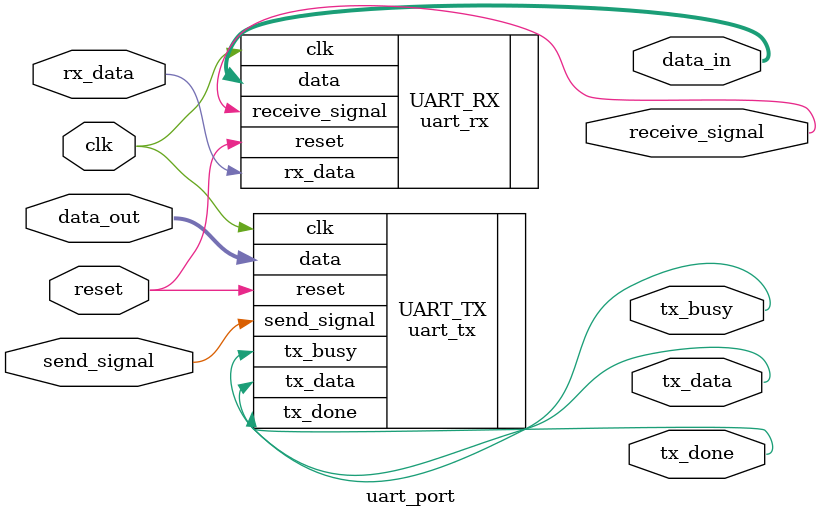
<source format=sv>

module uart_port #(parameter DATA_LEN=8, parameter CLKS_PER_BIT=2604)(
	input logic clk,
	input logic reset,
	
   input logic rx_data,
   output logic tx_data,
	
	
   input logic send_signal,
   input logic [DATA_LEN-1:0] data_out, 
   output logic tx_busy,
   output logic tx_done,
   output logic receive_signal,
   output logic [DATA_LEN-1:0] data_in);



uart_tx #(.DATA_LEN(DATA_LEN), .CLKS_PER_BIT(CLKS_PER_BIT)) UART_TX(
   .clk(clk),
	.reset(reset),
   .send_signal(send_signal),
   .data(data_out), 
   .tx_busy(tx_busy),
   .tx_data(tx_data),
   .tx_done(tx_done));
	
uart_rx #(.DATA_LEN(DATA_LEN), .CLKS_PER_BIT(CLKS_PER_BIT)) UART_RX(
   .clk(clk),
	.reset(reset),
   .rx_data(rx_data),
   .receive_signal(receive_signal),
   .data(data_in));
	
endmodule
</source>
